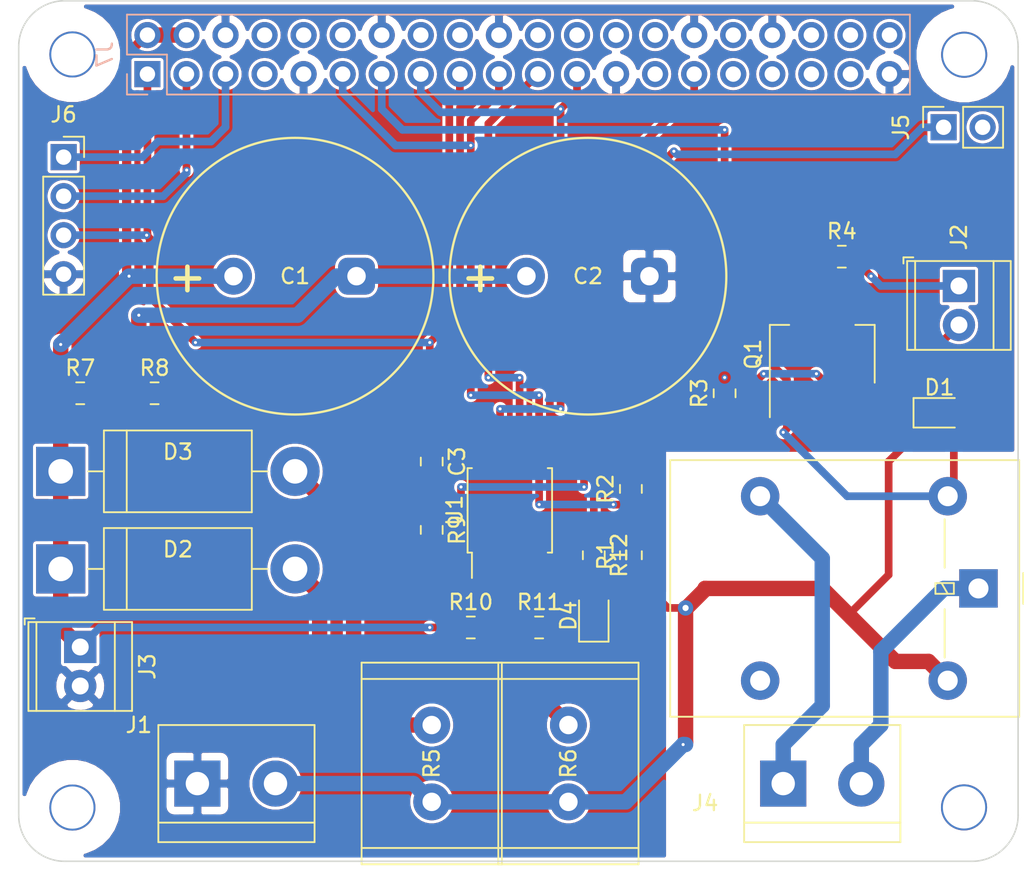
<source format=kicad_pcb>
(kicad_pcb (version 20171130) (host pcbnew 5.1.4-e60b266~84~ubuntu18.04.1)
  (layers (0 F.Cu signal) (31 B.Cu signal) (34 B.Paste user) (35 F.Paste user) (36 B.SilkS user) (37 F.SilkS user) (38 B.Mask user) (39 F.Mask user) (44 Edge.Cuts user))
  (net 0 "")
  (net 1 "Net-(C1-Pad2)")
  (net 2 +5V)
  (net 3 GND)
  (net 4 "Net-(D1-Pad2)")
  (net 5 VCC)
  (net 6 "Net-(D2-Pad2)")
  (net 7 "Net-(D3-Pad2)")
  (net 8 "Net-(J2-Pad1)")
  (net 9 HLS)
  (net 10 "Net-(Q1-Pad2)")
  (net 11 +3V3)
  (net 12 SDA)
  (net 13 SCL)
  (net 14 "Net-(D4-Pad2)")
  (net 15 "Net-(J4-Pad1)")
  (net 16 "Net-(J4-Pad2)")
  (net 17 "Net-(J7-Pad7)")
  (net 18 "Net-(J7-Pad8)")
  (net 19 "Net-(J7-Pad10)")
  (net 20 MOSI)
  (net 21 "Net-(J7-Pad12)")
  (net 22 "Net-(J7-Pad16)")
  (net 23 "Net-(J7-Pad18)")
  (net 24 MISO)
  (net 25 "Net-(J7-Pad22)")
  (net 26 "Net-(J7-Pad24)")
  (net 27 "Net-(J7-Pad26)")
  (net 28 "Net-(J7-Pad27)")
  (net 29 "Net-(J7-Pad28)")
  (net 30 RST)
  (net 31 "Net-(J7-Pad31)")
  (net 32 "Net-(J7-Pad32)")
  (net 33 "Net-(J7-Pad33)")
  (net 34 "Net-(J7-Pad35)")
  (net 35 "Net-(J7-Pad36)")
  (net 36 "Net-(J7-Pad37)")
  (net 37 "Net-(J7-Pad38)")
  (net 38 "Net-(J7-Pad40)")
  (net 39 "Net-(K1-Pad4)")
  (net 40 "Net-(R10-Pad2)")
  (net 41 "Net-(J5-Pad1)")
  (net 42 SPISCL)
  (module Resistor_SMD:R_0805_2012Metric_Pad1.15x1.40mm_HandSolder (layer F.Cu) (at 87.385 86.36)
    (fp_text reference R8 (at 0 -1.65) (layer F.SilkS))
    (fp_text value 100)
    (fp_line (start -0.261252 0.71) (end 0.261252 0.71) (layer F.SilkS) (width 0.12))
    (fp_line (start -0.261252 -0.71) (end 0.261252 -0.71) (layer F.SilkS) (width 0.12))
    (pad 2 smd roundrect (at 1.025 0) (size 1.15 1.4) (layers F.Cu F.Paste F.Mask) (roundrect_rratio 0.217391) (net 3 GND))
    (pad 1 smd roundrect (at -1.025 0) (size 1.15 1.4) (layers F.Cu F.Paste F.Mask) (roundrect_rratio 0.217391) (net 1 "Net-(C1-Pad2)"))
  )
  (module Resistor_SMD:R_0805_2012Metric_Pad1.15x1.40mm_HandSolder (layer F.Cu) (at 82.55 86.36)
    (fp_text reference R7 (at 0 -1.65) (layer F.SilkS))
    (fp_text value 100)
    (fp_line (start -0.261252 0.71) (end 0.261252 0.71) (layer F.SilkS) (width 0.12))
    (fp_line (start -0.261252 -0.71) (end 0.261252 -0.71) (layer F.SilkS) (width 0.12))
    (pad 2 smd roundrect (at 1.025 0) (size 1.15 1.4) (layers F.Cu F.Paste F.Mask) (roundrect_rratio 0.217391) (net 1 "Net-(C1-Pad2)"))
    (pad 1 smd roundrect (at -1.025 0) (size 1.15 1.4) (layers F.Cu F.Paste F.Mask) (roundrect_rratio 0.217391) (net 2 +5V))
  )
  (module Resistor_SMD:R_0805_2012Metric_Pad1.15x1.40mm_HandSolder (layer F.Cu) (at 124.46 86.36 90)
    (fp_text reference R3 (at 0 -1.65 90) (layer F.SilkS))
    (fp_text value 10k)
    (fp_line (start -0.261252 0.71) (end 0.261252 0.71) (layer F.SilkS) (width 0.12))
    (fp_line (start -0.261252 -0.71) (end 0.261252 -0.71) (layer F.SilkS) (width 0.12))
    (pad 2 smd roundrect (at 1.025 0 90) (size 1.15 1.4) (layers F.Cu F.Paste F.Mask) (roundrect_rratio 0.217391) (net 9 HLS))
    (pad 1 smd roundrect (at -1.025 0 90) (size 1.15 1.4) (layers F.Cu F.Paste F.Mask) (roundrect_rratio 0.217391) (net 10 "Net-(Q1-Pad2)"))
  )
  (module Resistor_SMD:R_0805_2012Metric_Pad1.15x1.40mm_HandSolder (layer F.Cu) (at 118.364 92.583 90)
    (fp_text reference R2 (at 0 -1.65 90) (layer F.SilkS))
    (fp_text value 1k hide)
    (fp_line (start -0.261252 0.71) (end 0.261252 0.71) (layer F.SilkS) (width 0.12))
    (fp_line (start -0.261252 -0.71) (end 0.261252 -0.71) (layer F.SilkS) (width 0.12))
    (pad 2 smd roundrect (at 1.025 0 90) (size 1.15 1.4) (layers F.Cu F.Paste F.Mask) (roundrect_rratio 0.217391) (net 3 GND))
    (pad 1 smd roundrect (at -1.025 0 90) (size 1.15 1.4) (layers F.Cu F.Paste F.Mask) (roundrect_rratio 0.217391) (net 20 MOSI))
  )
  (module Resistor_SMD:R_0805_2012Metric_Pad1.15x1.40mm_HandSolder (layer F.Cu) (at 118.364 96.901 90)
    (fp_text reference R1 (at 0 -1.65 90) (layer F.SilkS))
    (fp_text value 1k hide)
    (fp_line (start -0.261252 0.71) (end 0.261252 0.71) (layer F.SilkS) (width 0.12))
    (fp_line (start -0.261252 -0.71) (end 0.261252 -0.71) (layer F.SilkS) (width 0.12))
    (pad 2 smd roundrect (at 1.025 0 90) (size 1.15 1.4) (layers F.Cu F.Paste F.Mask) (roundrect_rratio 0.217391) (net 20 MOSI))
    (pad 1 smd roundrect (at -1.025 0 90) (size 1.15 1.4) (layers F.Cu F.Paste F.Mask) (roundrect_rratio 0.217391) (net 5 VCC))
  )
  (module Package_TO_SOT_SMD:SOT-223 (layer F.Cu) (at 130.81 83.82 90)
    (fp_text reference Q1 (at 0 -4.5 90) (layer F.SilkS))
    (fp_text value BSP52 hide)
    (fp_line (start -4.1 -3.41) (end 1.91 -3.41) (layer F.SilkS) (width 0.12))
    (fp_line (start -1.85 3.41) (end 1.91 3.41) (layer F.SilkS) (width 0.12))
    (fp_line (start 1.91 -3.41) (end 1.91 -2.15) (layer F.SilkS) (width 0.12))
    (fp_line (start 1.91 3.41) (end 1.91 2.15) (layer F.SilkS) (width 0.12))
    (pad 1 smd rect (at -3.15 -2.3 90) (size 2 1.5) (layers F.Cu F.Paste F.Mask) (net 4 "Net-(D1-Pad2)"))
    (pad 3 smd rect (at -3.15 2.3 90) (size 2 1.5) (layers F.Cu F.Paste F.Mask) (net 3 GND))
    (pad 2 smd rect (at -3.15 0 90) (size 2 1.5) (layers F.Cu F.Paste F.Mask) (net 10 "Net-(Q1-Pad2)"))
    (pad 4 smd rect (at 3.15 0 90) (size 2 3.8) (layers F.Cu F.Paste F.Mask))
  )
  (module Relay_THT:Relay_SPDT_Omron-G5LE-1 (layer F.Cu) (at 140.97 99.06 270)
    (fp_text reference K1 hide)
    (fp_text value G5LE-1 hide)
    (fp_line (start 1.35 2.2) (end 4.5 2.2) (layer F.SilkS) (width 0.12))
    (fp_line (start -4.5 2.2) (end -1.35 2.2) (layer F.SilkS) (width 0.12))
    (fp_line (start -1 -2.91) (end 1 -2.91) (layer F.SilkS) (width 0.12))
    (fp_line (start -0.35 2.8) (end 0.35 2.8) (layer F.SilkS) (width 0.12))
    (fp_line (start -0.35 1.6) (end -0.35 2.8) (layer F.SilkS) (width 0.12))
    (fp_line (start 0.35 1.6) (end -0.35 1.6) (layer F.SilkS) (width 0.12))
    (fp_line (start 0.35 2.8) (end 0.35 1.6) (layer F.SilkS) (width 0.12))
    (fp_line (start -0.35 2.4) (end 0.35 2) (layer F.SilkS) (width 0.12))
    (fp_line (start -8.35 20.05) (end 8.35 20.05) (layer F.SilkS) (width 0.12))
    (fp_line (start -8.35 -2.65) (end -8.35 20.05) (layer F.SilkS) (width 0.12))
    (fp_line (start 8.35 -2.65) (end -8.35 -2.65) (layer F.SilkS) (width 0.12))
    (fp_line (start 8.35 20.05) (end 8.35 -2.65) (layer F.SilkS) (width 0.12))
    (pad 5 thru_hole oval (at 6 2 270) (size 2.5 2.5) (drill 1.3) (layers *.Cu *.Mask) (net 5 VCC))
    (pad 4 thru_hole oval (at 6 14.2 270) (size 2.5 2.5) (drill 1.3) (layers *.Cu *.Mask) (net 39 "Net-(K1-Pad4)"))
    (pad 3 thru_hole oval (at -6 14.2 270) (size 2.5 2.5) (drill 1.3) (layers *.Cu *.Mask) (net 15 "Net-(J4-Pad1)"))
    (pad 2 thru_hole oval (at -6 2 270) (size 2.5 2.5) (drill 1.3) (layers *.Cu *.Mask) (net 4 "Net-(D1-Pad2)"))
    (pad 1 thru_hole rect (at 0 0 270) (size 2.5 2.5) (drill 1.3) (layers *.Cu *.Mask) (net 16 "Net-(J4-Pad2)"))
  )
  (module Diode_SMD:D_0805_2012Metric (layer F.Cu) (at 138.43 87.63)
    (fp_text reference D1 (at 0 -1.65) (layer F.SilkS))
    (fp_text value 1N4148)
    (fp_line (start -1.685 0.96) (end 1 0.96) (layer F.SilkS) (width 0.12))
    (fp_line (start -1.685 -0.96) (end -1.685 0.96) (layer F.SilkS) (width 0.12))
    (fp_line (start 1 -0.96) (end -1.685 -0.96) (layer F.SilkS) (width 0.12))
    (pad 2 smd roundrect (at 0.9375 0) (size 0.975 1.4) (layers F.Cu F.Paste F.Mask) (net 4 "Net-(D1-Pad2)"))
    (pad 1 smd roundrect (at -0.9375 0) (size 0.975 1.4) (layers F.Cu F.Paste F.Mask) (net 5 VCC))
  )
  (module project_footprints:SuperCap (layer F.Cu) (at 115.57 78.74)
    (fp_text reference C2 (at 0 0) (layer F.SilkS))
    (fp_text value 50F)
    (fp_text user + (at -7 0) (layer F.SilkS) (effects (font (size 2 2) (thickness 0.3))))
    (fp_circle (center 0 0) (end -9 0) (layer F.SilkS) (width 0.15))
    (pad 2 thru_hole roundrect (at 4 0) (size 2.4 2.4) (drill 1.2) (layers *.Cu *.Mask) (net 3 GND))
    (pad 1 thru_hole circle (at -4 0) (size 2.4 2.4) (drill 1.2) (layers *.Cu *.Mask) (net 1 "Net-(C1-Pad2)"))
  )
  (module project_footprints:SuperCap (layer F.Cu) (at 96.52 78.74)
    (fp_text reference C1 (at 0 0) (layer F.SilkS))
    (fp_text value 50F)
    (fp_text user + (at -7 0) (layer F.SilkS) (effects (font (size 2 2) (thickness 0.3))))
    (fp_circle (center 0 0) (end -9 0) (layer F.SilkS) (width 0.15))
    (pad 2 thru_hole roundrect (at 4 0) (size 2.4 2.4) (drill 1.2) (layers *.Cu *.Mask) (net 1 "Net-(C1-Pad2)"))
    (pad 1 thru_hole circle (at -4 0) (size 2.4 2.4) (drill 1.2) (layers *.Cu *.Mask) (net 2 +5V))
  )
  (module Connector_PinSocket_2.54mm:PinSocket_2x20_P2.54mm_Vertical (layer B.Cu) (at 86.92 65.59 270)
    (fp_text reference J7 (at -1.27 2.77 270) (layer B.SilkS) (effects (justify mirror)))
    (fp_text value 40HAT)
    (fp_line (start 0 1.33) (end 1.33 1.33) (layer B.SilkS) (width 0.12))
    (fp_line (start 1.33 1.33) (end 1.33 0) (layer B.SilkS) (width 0.12))
    (fp_line (start -1.27 1.33) (end -1.27 -1.27) (layer B.SilkS) (width 0.12))
    (fp_line (start -1.27 -1.27) (end 1.33 -1.27) (layer B.SilkS) (width 0.12))
    (fp_line (start 1.33 -1.27) (end 1.33 -49.59) (layer B.SilkS) (width 0.12))
    (fp_line (start -3.87 -49.59) (end 1.33 -49.59) (layer B.SilkS) (width 0.12))
    (fp_line (start -3.87 1.33) (end -3.87 -49.59) (layer B.SilkS) (width 0.12))
    (fp_line (start -3.87 1.33) (end -1.27 1.33) (layer B.SilkS) (width 0.12))
    (pad 40 thru_hole oval (at -2.54 -48.26 270) (size 1.7 1.7) (drill 1) (layers *.Cu *.Mask) (net 38 "Net-(J7-Pad40)"))
    (pad 39 thru_hole oval (at 0 -48.26 270) (size 1.7 1.7) (drill 1) (layers *.Cu *.Mask) (net 3 GND))
    (pad 38 thru_hole oval (at -2.54 -45.72 270) (size 1.7 1.7) (drill 1) (layers *.Cu *.Mask) (net 37 "Net-(J7-Pad38)"))
    (pad 37 thru_hole oval (at 0 -45.72 270) (size 1.7 1.7) (drill 1) (layers *.Cu *.Mask) (net 36 "Net-(J7-Pad37)"))
    (pad 36 thru_hole oval (at -2.54 -43.18 270) (size 1.7 1.7) (drill 1) (layers *.Cu *.Mask) (net 35 "Net-(J7-Pad36)"))
    (pad 35 thru_hole oval (at 0 -43.18 270) (size 1.7 1.7) (drill 1) (layers *.Cu *.Mask) (net 34 "Net-(J7-Pad35)"))
    (pad 34 thru_hole oval (at -2.54 -40.64 270) (size 1.7 1.7) (drill 1) (layers *.Cu *.Mask) (net 3 GND))
    (pad 33 thru_hole oval (at 0 -40.64 270) (size 1.7 1.7) (drill 1) (layers *.Cu *.Mask) (net 33 "Net-(J7-Pad33)"))
    (pad 32 thru_hole oval (at -2.54 -38.1 270) (size 1.7 1.7) (drill 1) (layers *.Cu *.Mask) (net 32 "Net-(J7-Pad32)"))
    (pad 31 thru_hole oval (at 0 -38.1 270) (size 1.7 1.7) (drill 1) (layers *.Cu *.Mask) (net 31 "Net-(J7-Pad31)"))
    (pad 30 thru_hole oval (at -2.54 -35.56 270) (size 1.7 1.7) (drill 1) (layers *.Cu *.Mask) (net 3 GND))
    (pad 29 thru_hole oval (at 0 -35.56 270) (size 1.7 1.7) (drill 1) (layers *.Cu *.Mask) (net 30 RST))
    (pad 28 thru_hole oval (at -2.54 -33.02 270) (size 1.7 1.7) (drill 1) (layers *.Cu *.Mask) (net 29 "Net-(J7-Pad28)"))
    (pad 27 thru_hole oval (at 0 -33.02 270) (size 1.7 1.7) (drill 1) (layers *.Cu *.Mask) (net 28 "Net-(J7-Pad27)"))
    (pad 26 thru_hole oval (at -2.54 -30.48 270) (size 1.7 1.7) (drill 1) (layers *.Cu *.Mask) (net 27 "Net-(J7-Pad26)"))
    (pad 25 thru_hole oval (at 0 -30.48 270) (size 1.7 1.7) (drill 1) (layers *.Cu *.Mask) (net 3 GND))
    (pad 24 thru_hole oval (at -2.54 -27.94 270) (size 1.7 1.7) (drill 1) (layers *.Cu *.Mask) (net 26 "Net-(J7-Pad24)"))
    (pad 23 thru_hole oval (at 0 -27.94 270) (size 1.7 1.7) (drill 1) (layers *.Cu *.Mask) (net 42 SPISCL))
    (pad 22 thru_hole oval (at -2.54 -25.4 270) (size 1.7 1.7) (drill 1) (layers *.Cu *.Mask) (net 25 "Net-(J7-Pad22)"))
    (pad 21 thru_hole oval (at 0 -25.4 270) (size 1.7 1.7) (drill 1) (layers *.Cu *.Mask) (net 24 MISO))
    (pad 20 thru_hole oval (at -2.54 -22.86 270) (size 1.7 1.7) (drill 1) (layers *.Cu *.Mask) (net 3 GND))
    (pad 19 thru_hole oval (at 0 -22.86 270) (size 1.7 1.7) (drill 1) (layers *.Cu *.Mask) (net 20 MOSI))
    (pad 18 thru_hole oval (at -2.54 -20.32 270) (size 1.7 1.7) (drill 1) (layers *.Cu *.Mask) (net 23 "Net-(J7-Pad18)"))
    (pad 17 thru_hole oval (at 0 -20.32 270) (size 1.7 1.7) (drill 1) (layers *.Cu *.Mask) (net 11 +3V3))
    (pad 16 thru_hole oval (at -2.54 -17.78 270) (size 1.7 1.7) (drill 1) (layers *.Cu *.Mask) (net 22 "Net-(J7-Pad16)"))
    (pad 15 thru_hole oval (at 0 -17.78 270) (size 1.7 1.7) (drill 1) (layers *.Cu *.Mask) (net 42 SPISCL))
    (pad 14 thru_hole oval (at -2.54 -15.24 270) (size 1.7 1.7) (drill 1) (layers *.Cu *.Mask) (net 3 GND))
    (pad 13 thru_hole oval (at 0 -15.24 270) (size 1.7 1.7) (drill 1) (layers *.Cu *.Mask) (net 9 HLS))
    (pad 12 thru_hole oval (at -2.54 -12.7 270) (size 1.7 1.7) (drill 1) (layers *.Cu *.Mask) (net 21 "Net-(J7-Pad12)"))
    (pad 11 thru_hole oval (at 0 -12.7 270) (size 1.7 1.7) (drill 1) (layers *.Cu *.Mask) (net 20 MOSI))
    (pad 10 thru_hole oval (at -2.54 -10.16 270) (size 1.7 1.7) (drill 1) (layers *.Cu *.Mask) (net 19 "Net-(J7-Pad10)"))
    (pad 9 thru_hole oval (at 0 -10.16 270) (size 1.7 1.7) (drill 1) (layers *.Cu *.Mask) (net 3 GND))
    (pad 8 thru_hole oval (at -2.54 -7.62 270) (size 1.7 1.7) (drill 1) (layers *.Cu *.Mask) (net 18 "Net-(J7-Pad8)"))
    (pad 7 thru_hole oval (at 0 -7.62 270) (size 1.7 1.7) (drill 1) (layers *.Cu *.Mask) (net 17 "Net-(J7-Pad7)"))
    (pad 6 thru_hole oval (at -2.54 -5.08 270) (size 1.7 1.7) (drill 1) (layers *.Cu *.Mask) (net 3 GND))
    (pad 5 thru_hole oval (at 0 -5.08 270) (size 1.7 1.7) (drill 1) (layers *.Cu *.Mask) (net 13 SCL))
    (pad 4 thru_hole oval (at -2.54 -2.54 270) (size 1.7 1.7) (drill 1) (layers *.Cu *.Mask) (net 2 +5V))
    (pad 3 thru_hole oval (at 0 -2.54 270) (size 1.7 1.7) (drill 1) (layers *.Cu *.Mask) (net 12 SDA))
    (pad 2 thru_hole oval (at -2.54 0 270) (size 1.7 1.7) (drill 1) (layers *.Cu *.Mask) (net 2 +5V))
    (pad 1 thru_hole rect (at 0 0 270) (size 1.7 1.7) (drill 1) (layers *.Cu *.Mask) (net 11 +3V3))
  )
  (module project_footprints:NPTH_3mm_ID (layer F.Cu) (at 82.04 64.31)
    (fp_text reference H1 (at 0.06 0.09) (layer F.SilkS))
    (fp_text value 3mm_Mounting_Hole hide)
    (pad "" np_thru_hole circle (at 0 0) (size 3 3) (drill 2.75) (layers *.Cu *.Mask) (clearance 1.6))
  )
  (module project_footprints:NPTH_3mm_ID (layer F.Cu) (at 140.04 64.33)
    (fp_text reference H2 (at 0.06 0.09) (layer F.SilkS))
    (fp_text value 3mm_Mounting_Hole hide)
    (pad "" np_thru_hole circle (at 0 0) (size 3 3) (drill 2.75) (layers *.Cu *.Mask) (clearance 1.6))
  )
  (module project_footprints:NPTH_3mm_ID (layer F.Cu) (at 82.04 113.32)
    (fp_text reference H3 (at 0.06 0.09) (layer F.SilkS))
    (fp_text value 3mm_Mounting_Hole hide)
    (pad "" np_thru_hole circle (at 0 0) (size 3 3) (drill 2.75) (layers *.Cu *.Mask) (clearance 1.6))
  )
  (module project_footprints:NPTH_3mm_ID (layer F.Cu) (at 140.03 113.31)
    (fp_text reference H4 (at 0.06 0.09) (layer F.SilkS))
    (fp_text value 3mm_Mounting_Hole hide)
    (pad "" np_thru_hole circle (at 0 0) (size 3 3) (drill 2.75) (layers *.Cu *.Mask) (clearance 1.6))
  )
  (module Capacitor_SMD:C_0805_2012Metric (layer F.Cu) (at 105.41 90.805 270)
    (fp_text reference C3 (at 0 -1.65 90) (layer F.SilkS))
    (fp_text value 100n)
    (fp_line (start -0.258578 0.71) (end 0.258578 0.71) (layer F.SilkS) (width 0.12))
    (fp_line (start -0.258578 -0.71) (end 0.258578 -0.71) (layer F.SilkS) (width 0.12))
    (pad 2 smd roundrect (at 0.9375 0 270) (size 0.975 1.4) (layers F.Cu F.Paste F.Mask) (net 3 GND))
    (pad 1 smd roundrect (at -0.9375 0 270) (size 0.975 1.4) (layers F.Cu F.Paste F.Mask) (net 11 +3V3))
  )
  (module LED_SMD:LED_0805_2012Metric (layer F.Cu) (at 115.951 100.838 90)
    (fp_text reference D4 (at 0 -1.65 90) (layer F.SilkS))
    (fp_text value "LED gn" hide)
    (fp_line (start -1.685 0.96) (end 1 0.96) (layer F.SilkS) (width 0.12))
    (fp_line (start -1.685 -0.96) (end -1.685 0.96) (layer F.SilkS) (width 0.12))
    (fp_line (start 1 -0.96) (end -1.685 -0.96) (layer F.SilkS) (width 0.12))
    (pad 2 smd roundrect (at 0.9375 0 90) (size 0.975 1.4) (layers F.Cu F.Paste F.Mask) (net 14 "Net-(D4-Pad2)"))
    (pad 1 smd roundrect (at -0.9375 0 90) (size 0.975 1.4) (layers F.Cu F.Paste F.Mask) (net 3 GND))
  )
  (module TerminalBlock_TE-Connectivity:TerminalBlock_TE_282834-2_1x02_P2.54mm_Horizontal (layer F.Cu) (at 139.7 79.375 270)
    (fp_text reference J2 (at -3.175 0 90) (layer F.SilkS))
    (fp_text value "LED Rel.")
    (fp_line (start -1.86 3.61) (end -1.46 3.61) (layer F.SilkS) (width 0.12))
    (fp_line (start -1.86 2.97) (end -1.86 3.61) (layer F.SilkS) (width 0.12))
    (fp_line (start 4.16 -3.37) (end 4.16 3.37) (layer F.SilkS) (width 0.12))
    (fp_line (start -1.62 -3.37) (end -1.62 3.37) (layer F.SilkS) (width 0.12))
    (fp_line (start -1.62 3.37) (end 4.16 3.37) (layer F.SilkS) (width 0.12))
    (fp_line (start -1.62 -3.37) (end 4.16 -3.37) (layer F.SilkS) (width 0.12))
    (fp_line (start -1.62 -2.25) (end 4.16 -2.25) (layer F.SilkS) (width 0.12))
    (fp_line (start -1.62 2.85) (end 4.16 2.85) (layer F.SilkS) (width 0.12))
    (pad 2 thru_hole circle (at 2.54 0 270) (size 2.1 2.1) (drill 1.1) (layers *.Cu *.Mask) (net 5 VCC))
    (pad 1 thru_hole rect (at 0 0 270) (size 2.1 2.1) (drill 1.1) (layers *.Cu *.Mask) (net 8 "Net-(J2-Pad1)"))
  )
  (module TerminalBlock_TE-Connectivity:TerminalBlock_TE_282834-2_1x02_P2.54mm_Horizontal (layer F.Cu) (at 82.55 102.87 270)
    (fp_text reference J3 (at 1.27 -4.37 90) (layer F.SilkS))
    (fp_text value Meter)
    (fp_line (start -1.86 3.61) (end -1.46 3.61) (layer F.SilkS) (width 0.12))
    (fp_line (start -1.86 2.97) (end -1.86 3.61) (layer F.SilkS) (width 0.12))
    (fp_line (start 4.16 -3.37) (end 4.16 3.37) (layer F.SilkS) (width 0.12))
    (fp_line (start -1.62 -3.37) (end -1.62 3.37) (layer F.SilkS) (width 0.12))
    (fp_line (start -1.62 3.37) (end 4.16 3.37) (layer F.SilkS) (width 0.12))
    (fp_line (start -1.62 -3.37) (end 4.16 -3.37) (layer F.SilkS) (width 0.12))
    (fp_line (start -1.62 -2.25) (end 4.16 -2.25) (layer F.SilkS) (width 0.12))
    (fp_line (start -1.62 2.85) (end 4.16 2.85) (layer F.SilkS) (width 0.12))
    (pad 2 thru_hole circle (at 2.54 0 270) (size 2.1 2.1) (drill 1.1) (layers *.Cu *.Mask) (net 3 GND))
    (pad 1 thru_hole rect (at 0 0 270) (size 2.1 2.1) (drill 1.1) (layers *.Cu *.Mask) (net 2 +5V))
  )
  (module Resistor_SMD:R_0805_2012Metric_Pad1.15x1.40mm_HandSolder (layer F.Cu) (at 132.08 77.47)
    (fp_text reference R4 (at 0 -1.65) (layer F.SilkS))
    (fp_text value 220)
    (fp_line (start -0.261252 0.71) (end 0.261252 0.71) (layer F.SilkS) (width 0.12))
    (fp_line (start -0.261252 -0.71) (end 0.261252 -0.71) (layer F.SilkS) (width 0.12))
    (pad 2 smd roundrect (at 1.025 0) (size 1.15 1.4) (layers F.Cu F.Paste F.Mask) (roundrect_rratio 0.217391) (net 8 "Net-(J2-Pad1)"))
    (pad 1 smd roundrect (at -1.025 0) (size 1.15 1.4) (layers F.Cu F.Paste F.Mask) (roundrect_rratio 0.217391) (net 4 "Net-(D1-Pad2)"))
  )
  (module Resistor_SMD:R_0805_2012Metric_Pad1.15x1.40mm_HandSolder (layer F.Cu) (at 105.41 95.25 270)
    (fp_text reference R9 (at 0 -1.65 90) (layer F.SilkS))
    (fp_text value 47k)
    (fp_line (start -0.261252 0.71) (end 0.261252 0.71) (layer F.SilkS) (width 0.12))
    (fp_line (start -0.261252 -0.71) (end 0.261252 -0.71) (layer F.SilkS) (width 0.12))
    (pad 2 smd roundrect (at 1.025 0 270) (size 1.15 1.4) (layers F.Cu F.Paste F.Mask) (roundrect_rratio 0.217391) (net 30 RST))
    (pad 1 smd roundrect (at -1.025 0 270) (size 1.15 1.4) (layers F.Cu F.Paste F.Mask) (roundrect_rratio 0.217391) (net 11 +3V3))
  )
  (module Resistor_SMD:R_0805_2012Metric_Pad1.15x1.40mm_HandSolder (layer F.Cu) (at 107.95 101.6)
    (fp_text reference R10 (at 0 -1.65) (layer F.SilkS))
    (fp_text value 27k)
    (fp_line (start -0.261252 0.71) (end 0.261252 0.71) (layer F.SilkS) (width 0.12))
    (fp_line (start -0.261252 -0.71) (end 0.261252 -0.71) (layer F.SilkS) (width 0.12))
    (pad 2 smd roundrect (at 1.025 0) (size 1.15 1.4) (layers F.Cu F.Paste F.Mask) (roundrect_rratio 0.217391) (net 40 "Net-(R10-Pad2)"))
    (pad 1 smd roundrect (at -1.025 0) (size 1.15 1.4) (layers F.Cu F.Paste F.Mask) (roundrect_rratio 0.217391) (net 2 +5V))
  )
  (module Resistor_SMD:R_0805_2012Metric_Pad1.15x1.40mm_HandSolder (layer F.Cu) (at 112.395 101.6)
    (fp_text reference R11 (at 0 -1.65) (layer F.SilkS))
    (fp_text value 22k)
    (fp_line (start -0.261252 0.71) (end 0.261252 0.71) (layer F.SilkS) (width 0.12))
    (fp_line (start -0.261252 -0.71) (end 0.261252 -0.71) (layer F.SilkS) (width 0.12))
    (pad 2 smd roundrect (at 1.025 0) (size 1.15 1.4) (layers F.Cu F.Paste F.Mask) (roundrect_rratio 0.217391) (net 3 GND))
    (pad 1 smd roundrect (at -1.025 0) (size 1.15 1.4) (layers F.Cu F.Paste F.Mask) (roundrect_rratio 0.217391) (net 40 "Net-(R10-Pad2)"))
  )
  (module Resistor_SMD:R_0805_2012Metric_Pad1.15x1.40mm_HandSolder (layer F.Cu) (at 115.951 96.901 270)
    (fp_text reference R12 (at 0 -1.65 90) (layer F.SilkS))
    (fp_text value 1k hide)
    (fp_line (start -0.261252 0.71) (end 0.261252 0.71) (layer F.SilkS) (width 0.12))
    (fp_line (start -0.261252 -0.71) (end 0.261252 -0.71) (layer F.SilkS) (width 0.12))
    (pad 2 smd roundrect (at 1.025 0 270) (size 1.15 1.4) (layers F.Cu F.Paste F.Mask) (roundrect_rratio 0.217391) (net 14 "Net-(D4-Pad2)"))
    (pad 1 smd roundrect (at -1.025 0 270) (size 1.15 1.4) (layers F.Cu F.Paste F.Mask) (roundrect_rratio 0.217391) (net 41 "Net-(J5-Pad1)"))
  )
  (module Package_SO:SOIC-8_5.275x5.275mm_P1.27mm (layer F.Cu) (at 110.49 93.98 90)
    (fp_text reference U1 (at 0 -3.59 270) (layer F.SilkS))
    (fp_text value ATtiny85-20SU hide)
    (fp_line (start -2.7475 -2.465) (end -4.4 -2.465) (layer F.SilkS) (width 0.12))
    (fp_line (start -2.7475 -2.7475) (end -2.7475 -2.465) (layer F.SilkS) (width 0.12))
    (fp_line (start 0 -2.7475) (end -2.7475 -2.7475) (layer F.SilkS) (width 0.12))
    (fp_line (start 2.7475 -2.7475) (end 2.7475 -2.465) (layer F.SilkS) (width 0.12))
    (fp_line (start 0 -2.7475) (end 2.7475 -2.7475) (layer F.SilkS) (width 0.12))
    (fp_line (start -2.7475 2.7475) (end -2.7475 2.465) (layer F.SilkS) (width 0.12))
    (fp_line (start 0 2.7475) (end -2.7475 2.7475) (layer F.SilkS) (width 0.12))
    (fp_line (start 2.7475 2.7475) (end 2.7475 2.465) (layer F.SilkS) (width 0.12))
    (fp_line (start 0 2.7475) (end 2.7475 2.7475) (layer F.SilkS) (width 0.12))
    (pad 8 smd roundrect (at 3.6 -1.905 90) (size 1.6 0.6) (layers F.Cu F.Paste F.Mask) (net 11 +3V3))
    (pad 7 smd roundrect (at 3.6 -0.635 90) (size 1.6 0.6) (layers F.Cu F.Paste F.Mask) (net 42 SPISCL))
    (pad 6 smd roundrect (at 3.6 0.635 90) (size 1.6 0.6) (layers F.Cu F.Paste F.Mask) (net 24 MISO))
    (pad 5 smd roundrect (at 3.6 1.905 90) (size 1.6 0.6) (layers F.Cu F.Paste F.Mask) (net 20 MOSI))
    (pad 4 smd roundrect (at -3.6 1.905 90) (size 1.6 0.6) (layers F.Cu F.Paste F.Mask) (net 3 GND))
    (pad 3 smd roundrect (at -3.6 0.635 90) (size 1.6 0.6) (layers F.Cu F.Paste F.Mask) (net 40 "Net-(R10-Pad2)"))
    (pad 2 smd roundrect (at -3.6 -0.635 90) (size 1.6 0.6) (layers F.Cu F.Paste F.Mask) (net 41 "Net-(J5-Pad1)"))
    (pad 1 smd roundrect (at -3.6 -1.905 90) (size 1.6 0.6) (layers F.Cu F.Paste F.Mask) (net 30 RST))
  )
  (module Diodes_ThroughHole:D_DO-201AD_P15.24mm_Horizontal (layer F.Cu) (at 81.28 97.79)
    (fp_text reference D2 (at 7.62 -1.27) (layer F.SilkS))
    (fp_text value 1N5822)
    (fp_line (start 4.295 -2.66) (end 4.295 2.66) (layer F.SilkS) (width 0.12))
    (fp_line (start 13.46 0) (end 12.43 0) (layer F.SilkS) (width 0.12))
    (fp_line (start 1.78 0) (end 2.81 0) (layer F.SilkS) (width 0.12))
    (fp_line (start 12.43 -2.66) (end 2.81 -2.66) (layer F.SilkS) (width 0.12))
    (fp_line (start 12.43 2.66) (end 12.43 -2.66) (layer F.SilkS) (width 0.12))
    (fp_line (start 2.81 2.66) (end 12.43 2.66) (layer F.SilkS) (width 0.12))
    (fp_line (start 2.81 -2.66) (end 2.81 2.66) (layer F.SilkS) (width 0.12))
    (pad 2 thru_hole oval (at 15.24 0) (size 3.2 3.2) (drill 1.6) (layers *.Cu *.Mask) (net 6 "Net-(D2-Pad2)"))
    (pad 1 thru_hole rect (at 0 0) (size 3.2 3.2) (drill 1.6) (layers *.Cu *.Mask) (net 2 +5V))
  )
  (module Diodes_ThroughHole:D_DO-201AD_P15.24mm_Horizontal (layer F.Cu) (at 81.28 91.44)
    (fp_text reference D3 (at 7.62 -1.27) (layer F.SilkS))
    (fp_text value 1N5822)
    (fp_line (start 2.81 -2.66) (end 2.81 2.66) (layer F.SilkS) (width 0.12))
    (fp_line (start 2.81 2.66) (end 12.43 2.66) (layer F.SilkS) (width 0.12))
    (fp_line (start 12.43 2.66) (end 12.43 -2.66) (layer F.SilkS) (width 0.12))
    (fp_line (start 12.43 -2.66) (end 2.81 -2.66) (layer F.SilkS) (width 0.12))
    (fp_line (start 1.78 0) (end 2.81 0) (layer F.SilkS) (width 0.12))
    (fp_line (start 13.46 0) (end 12.43 0) (layer F.SilkS) (width 0.12))
    (fp_line (start 4.295 -2.66) (end 4.295 2.66) (layer F.SilkS) (width 0.12))
    (pad 1 thru_hole rect (at 0 0) (size 3.2 3.2) (drill 1.6) (layers *.Cu *.Mask) (net 2 +5V))
    (pad 2 thru_hole oval (at 15.24 0) (size 3.2 3.2) (drill 1.6) (layers *.Cu *.Mask) (net 7 "Net-(D3-Pad2)"))
  )
  (module Terminal_Blocks:TerminalBlock_bornier-2_P5.08mm (layer F.Cu) (at 90.17 111.76)
    (fp_text reference J1 (at -3.81 -3.81) (layer F.SilkS))
    (fp_text value "DC Pwr")
    (fp_line (start -2.54 3.81) (end 7.62 3.81) (layer F.SilkS) (width 0.12))
    (fp_line (start -2.54 -3.81) (end -2.54 3.81) (layer F.SilkS) (width 0.12))
    (fp_line (start 7.62 -3.81) (end -2.54 -3.81) (layer F.SilkS) (width 0.12))
    (fp_line (start 7.62 3.81) (end 7.62 -3.81) (layer F.SilkS) (width 0.12))
    (fp_line (start 7.62 2.54) (end -2.54 2.54) (layer F.SilkS) (width 0.12))
    (pad 2 thru_hole circle (at 5.08 0) (size 3 3) (drill 1.52) (layers *.Cu *.Mask) (net 5 VCC))
    (pad 1 thru_hole rect (at 0 0) (size 3 3) (drill 1.52) (layers *.Cu *.Mask) (net 3 GND))
  )
  (module Terminal_Blocks:TerminalBlock_bornier-2_P5.08mm (layer F.Cu) (at 128.27 111.76)
    (fp_text reference J4 (at -5.08 1.27) (layer F.SilkS))
    (fp_text value Ladeschütz)
    (fp_line (start 7.62 2.54) (end -2.54 2.54) (layer F.SilkS) (width 0.12))
    (fp_line (start 7.62 3.81) (end 7.62 -3.81) (layer F.SilkS) (width 0.12))
    (fp_line (start 7.62 -3.81) (end -2.54 -3.81) (layer F.SilkS) (width 0.12))
    (fp_line (start -2.54 -3.81) (end -2.54 3.81) (layer F.SilkS) (width 0.12))
    (fp_line (start -2.54 3.81) (end 7.62 3.81) (layer F.SilkS) (width 0.12))
    (pad 1 thru_hole rect (at 0 0) (size 3 3) (drill 1.52) (layers *.Cu *.Mask) (net 15 "Net-(J4-Pad1)"))
    (pad 2 thru_hole circle (at 5.08 0) (size 3 3) (drill 1.52) (layers *.Cu *.Mask) (net 16 "Net-(J4-Pad2)"))
  )
  (module Resistors_ThroughHole:R_Radial_Power_L13.0mm_W9.0mm_P5.00mm (layer F.Cu) (at 105.41 107.95 270)
    (fp_text reference R5 (at 2.5 0 270) (layer F.SilkS))
    (fp_text value "1R5 5W")
    (fp_line (start 8 -4.56) (end 8 4.56) (layer F.SilkS) (width 0.12))
    (fp_line (start -3 -4.56) (end -3 4.56) (layer F.SilkS) (width 0.12))
    (fp_line (start 9.06 -4.56) (end 9.06 4.56) (layer F.SilkS) (width 0.12))
    (fp_line (start -4.06 -4.56) (end -4.06 4.56) (layer F.SilkS) (width 0.12))
    (fp_line (start -4.06 4.56) (end 9.06 4.56) (layer F.SilkS) (width 0.12))
    (fp_line (start -4.06 -4.56) (end 9.06 -4.56) (layer F.SilkS) (width 0.12))
    (pad 2 thru_hole circle (at 5 0 270) (size 2.4 2.4) (drill 1.2) (layers *.Cu *.Mask) (net 5 VCC))
    (pad 1 thru_hole circle (at 0 0 270) (size 2.4 2.4) (drill 1.2) (layers *.Cu *.Mask) (net 6 "Net-(D2-Pad2)"))
  )
  (module Resistors_ThroughHole:R_Radial_Power_L13.0mm_W9.0mm_P5.00mm (layer F.Cu) (at 114.3 107.95 270)
    (fp_text reference R6 (at 2.5 0 270) (layer F.SilkS))
    (fp_text value "1R5 5W")
    (fp_line (start -4.06 -4.56) (end 9.06 -4.56) (layer F.SilkS) (width 0.12))
    (fp_line (start -4.06 4.56) (end 9.06 4.56) (layer F.SilkS) (width 0.12))
    (fp_line (start -4.06 -4.56) (end -4.06 4.56) (layer F.SilkS) (width 0.12))
    (fp_line (start 9.06 -4.56) (end 9.06 4.56) (layer F.SilkS) (width 0.12))
    (fp_line (start -3 -4.56) (end -3 4.56) (layer F.SilkS) (width 0.12))
    (fp_line (start 8 -4.56) (end 8 4.56) (layer F.SilkS) (width 0.12))
    (pad 1 thru_hole circle (at 0 0 270) (size 2.4 2.4) (drill 1.2) (layers *.Cu *.Mask) (net 7 "Net-(D3-Pad2)"))
    (pad 2 thru_hole circle (at 5 0 270) (size 2.4 2.4) (drill 1.2) (layers *.Cu *.Mask) (net 5 VCC))
  )
  (module Connector_PinSocket_2.54mm:PinSocket_1x02_P2.54mm_Vertical (layer F.Cu) (at 138.7 69.05 90)
    (fp_text reference J5 (at 0 -2.77 90) (layer F.SilkS))
    (fp_text value RASPI_RST)
    (fp_line (start -1.33 1.27) (end 1.33 1.27) (layer F.SilkS) (width 0.12))
    (fp_line (start -1.33 1.27) (end -1.33 3.87) (layer F.SilkS) (width 0.12))
    (fp_line (start -1.33 3.87) (end 1.33 3.87) (layer F.SilkS) (width 0.12))
    (fp_line (start 1.33 1.27) (end 1.33 3.87) (layer F.SilkS) (width 0.12))
    (fp_line (start 1.33 -1.33) (end 1.33 0) (layer F.SilkS) (width 0.12))
    (fp_line (start 0 -1.33) (end 1.33 -1.33) (layer F.SilkS) (width 0.12))
    (pad 1 thru_hole rect (at 0 0 90) (size 1.7 1.7) (drill 1) (layers *.Cu *.Mask) (net 41 "Net-(J5-Pad1)"))
    (pad 2 thru_hole oval (at 0 2.54 90) (size 1.7 1.7) (drill 1) (layers *.Cu *.Mask))
  )
  (module Connector_PinSocket_2.54mm:PinSocket_1x04_P2.54mm_Vertical (layer F.Cu) (at 81.4705 70.993)
    (fp_text reference J6 (at 0 -2.77) (layer F.SilkS))
    (fp_text value RTC)
    (fp_line (start -1.33 1.27) (end 1.33 1.27) (layer F.SilkS) (width 0.12))
    (fp_line (start -1.33 1.27) (end -1.33 8.95) (layer F.SilkS) (width 0.12))
    (fp_line (start -1.33 8.95) (end 1.33 8.95) (layer F.SilkS) (width 0.12))
    (fp_line (start 1.33 1.27) (end 1.33 8.95) (layer F.SilkS) (width 0.12))
    (fp_line (start 1.33 -1.33) (end 1.33 0) (layer F.SilkS) (width 0.12))
    (fp_line (start 0 -1.33) (end 1.33 -1.33) (layer F.SilkS) (width 0.12))
    (pad 1 thru_hole rect (at 0 0) (size 1.7 1.7) (drill 1) (layers *.Cu *.Mask) (net 13 SCL))
    (pad 2 thru_hole oval (at 0 2.54) (size 1.7 1.7) (drill 1) (layers *.Cu *.Mask) (net 12 SDA))
    (pad 3 thru_hole oval (at 0 5.08) (size 1.7 1.7) (drill 1) (layers *.Cu *.Mask) (net 11 +3V3))
    (pad 4 thru_hole oval (at 0 7.62) (size 1.7 1.7) (drill 1) (layers *.Cu *.Mask) (net 3 GND))
  )
  (gr_line (start 78.546356 63.817611) (end 78.546356 113.817611) (layer Edge.Cuts) (width 0.1))
  (gr_arc (start 81.546356 63.817611) (end 81.546356 60.817611) (angle -90) (layer Edge.Cuts) (width 0.1))
  (gr_line (start 140.546356 60.817611) (end 81.546356 60.817611) (layer Edge.Cuts) (width 0.1))
  (gr_arc (start 140.546356 63.817611) (end 143.546356 63.817611) (angle -90) (layer Edge.Cuts) (width 0.1))
  (gr_line (start 143.546356 113.817611) (end 143.546356 63.817611) (layer Edge.Cuts) (width 0.1))
  (gr_arc (start 81.546356 113.817611) (end 78.546356 113.817611) (angle -90) (layer Edge.Cuts) (width 0.1))
  (gr_line (start 81.546356 116.817611) (end 140.546356 116.817611) (layer Edge.Cuts) (width 0.1))
  (gr_arc (start 140.546356 113.817611) (end 140.546356 116.817611) (angle -89.9) (layer Edge.Cuts) (width 0.1))
  (segment (start 100.52 78.74) (end 111.57 78.74) (width 1) (layer B.Cu) (net 1))
  (segment (start 99.22 78.74) (end 96.68 81.28) (width 1) (layer B.Cu) (net 1))
  (segment (start 100.52 78.74) (end 99.22 78.74) (width 1) (layer B.Cu) (net 1))
  (via (at 86.36 81.28) (size 0.4) (drill 0.2) (layers F.Cu B.Cu) (net 1))
  (segment (start 96.68 81.28) (end 86.36 81.28) (width 1) (layer B.Cu) (net 1))
  (segment (start 86.36 81.28) (end 86.36 86.36) (width 1) (layer F.Cu) (net 1))
  (segment (start 83.575 86.36) (end 86.36 86.36) (width 1) (layer F.Cu) (net 1))
  (via (at 81.28 83.185) (size 0.4) (drill 0.2) (layers F.Cu B.Cu) (net 2))
  (segment (start 92.52 78.74) (end 85.725 78.74) (width 1) (layer B.Cu) (net 2))
  (segment (start 85.725 78.74) (end 81.28 83.185) (width 1) (layer B.Cu) (net 2))
  (segment (start 81.28 86.115) (end 81.525 86.36) (width 1) (layer F.Cu) (net 2))
  (segment (start 81.28 83.185) (end 81.28 86.115) (width 1) (layer F.Cu) (net 2))
  (segment (start 81.28 86.605) (end 81.525 86.36) (width 1) (layer F.Cu) (net 2))
  (segment (start 81.28 91.44) (end 81.28 86.605) (width 1) (layer F.Cu) (net 2))
  (segment (start 81.28 91.44) (end 81.28 97.79) (width 1) (layer F.Cu) (net 2))
  (segment (start 81.28 101.6) (end 82.55 102.87) (width 1) (layer F.Cu) (net 2))
  (segment (start 81.28 97.79) (end 81.28 101.6) (width 1) (layer F.Cu) (net 2))
  (segment (start 106.925 101.6) (end 106.25 101.6) (width 0.5) (layer F.Cu) (net 2))
  (via (at 105.283 101.6) (size 0.4) (drill 0.2) (layers F.Cu B.Cu) (net 2))
  (segment (start 106.25 101.6) (end 105.283 101.6) (width 0.5) (layer F.Cu) (net 2))
  (segment (start 83.82 101.6) (end 82.55 102.87) (width 0.5) (layer B.Cu) (net 2))
  (segment (start 105.283 101.6) (end 83.82 101.6) (width 0.5) (layer B.Cu) (net 2))
  (segment (start 89.46 63.05) (end 86.92 63.05) (width 1) (layer F.Cu) (net 2))
  (via (at 85.725 78.74) (size 0.4) (drill 0.2) (layers F.Cu B.Cu) (net 2))
  (segment (start 85.569999 78.584999) (end 85.725 78.74) (width 0.6) (layer F.Cu) (net 2))
  (segment (start 86.859998 63.05) (end 85.569999 64.339999) (width 0.6) (layer F.Cu) (net 2))
  (segment (start 85.569999 64.339999) (end 85.569999 78.584999) (width 0.6) (layer F.Cu) (net 2))
  (segment (start 89.46 63.05) (end 86.859998 63.05) (width 0.6) (layer F.Cu) (net 2))
  (segment (start 132.43 93.06) (end 138.97 93.06) (width 0.5) (layer B.Cu) (net 4))
  (segment (start 130.81 91.44) (end 132.43 93.06) (width 0.5) (layer B.Cu) (net 4))
  (via (at 128.27 88.9) (size 0.4) (drill 0.2) (layers F.Cu B.Cu) (net 4))
  (segment (start 128.51 86.97) (end 128.51 88.66) (width 0.5) (layer F.Cu) (net 4))
  (segment (start 128.51 88.66) (end 128.27 88.9) (width 0.5) (layer F.Cu) (net 4))
  (segment (start 130.81 91.44) (end 128.27 88.9) (width 0.5) (layer B.Cu) (net 4))
  (segment (start 139.3675 92.6625) (end 138.97 93.06) (width 0.5) (layer F.Cu) (net 4))
  (segment (start 139.3675 87.63) (end 139.3675 92.6625) (width 0.5) (layer F.Cu) (net 4))
  (segment (start 128.51 85.47) (end 127.635 84.595) (width 0.5) (layer F.Cu) (net 4))
  (segment (start 128.51 86.97) (end 128.51 85.47) (width 0.5) (layer F.Cu) (net 4))
  (segment (start 127.635 84.595) (end 127.635 78.105) (width 0.5) (layer F.Cu) (net 4))
  (segment (start 128.27 77.47) (end 127.635 78.105) (width 0.5) (layer F.Cu) (net 4))
  (segment (start 131.055 77.47) (end 128.27 77.47) (width 0.5) (layer F.Cu) (net 4))
  (segment (start 137.720001 103.810001) (end 135.560001 103.810001) (width 1) (layer F.Cu) (net 5))
  (segment (start 138.97 105.06) (end 137.720001 103.810001) (width 1) (layer F.Cu) (net 5))
  (segment (start 130.81 99.06) (end 123.19 99.06) (width 1) (layer F.Cu) (net 5))
  (segment (start 123.19 99.06) (end 123.19 99.06) (width 1) (layer F.Cu) (net 5))
  (segment (start 123.19 99.06) (end 123.19 99.06) (width 1) (layer F.Cu) (net 5))
  (segment (start 123.19 99.122002) (end 121.982002 100.33) (width 1) (layer F.Cu) (net 5))
  (segment (start 123.19 99.06) (end 123.19 99.122002) (width 1) (layer F.Cu) (net 5))
  (via (at 121.92 100.33) (size 0.8) (drill 0.4) (layers F.Cu B.Cu) (net 5))
  (segment (start 121.92 100.33) (end 121.92 100.33) (width 1) (layer B.Cu) (net 5))
  (via (at 121.92 100.33) (size 0.4) (drill 0.2) (layers F.Cu B.Cu) (net 5))
  (segment (start 104.22 111.76) (end 105.41 112.95) (width 1) (layer B.Cu) (net 5))
  (segment (start 95.25 111.76) (end 104.22 111.76) (width 1) (layer B.Cu) (net 5))
  (segment (start 105.41 112.95) (end 114.3 112.95) (width 1) (layer B.Cu) (net 5))
  (segment (start 114.3 112.95) (end 118.03 112.95) (width 1) (layer B.Cu) (net 5))
  (segment (start 121.76 109.22) (end 118.03 112.95) (width 1) (layer B.Cu) (net 5))
  (segment (start 121.92 109.22) (end 121.76 109.22) (width 1) (layer B.Cu) (net 5))
  (via (at 121.76 109.22) (size 0.4) (drill 0.2) (layers F.Cu B.Cu) (net 5))
  (segment (start 121.92 100.33) (end 121.92 109.06) (width 1) (layer F.Cu) (net 5))
  (segment (start 121.92 109.06) (end 121.76 109.22) (width 1) (layer F.Cu) (net 5))
  (segment (start 121.92 100.085) (end 121.92 100.33) (width 0.5) (layer F.Cu) (net 5))
  (segment (start 137.795 83.82) (end 139.7 81.915) (width 0.5) (layer F.Cu) (net 5))
  (segment (start 137.795 86.995) (end 137.795 83.82) (width 0.5) (layer F.Cu) (net 5))
  (segment (start 120.768 100.33) (end 118.364 97.926) (width 0.5) (layer F.Cu) (net 5))
  (segment (start 121.92 100.33) (end 120.768 100.33) (width 0.5) (layer F.Cu) (net 5))
  (segment (start 132.715 100.584) (end 132.715 100.965) (width 0.5) (layer F.Cu) (net 5))
  (segment (start 132.715 100.965) (end 130.81 99.06) (width 1) (layer F.Cu) (net 5))
  (segment (start 135.560001 103.810001) (end 132.715 100.965) (width 1) (layer F.Cu) (net 5))
  (segment (start 137.4925 87.63) (end 137.4925 88.43) (width 0.5) (layer F.Cu) (net 5))
  (segment (start 137.4925 88.43) (end 135.128 90.7945) (width 0.5) (layer F.Cu) (net 5))
  (segment (start 135.128 90.7945) (end 135.128 98.171) (width 0.5) (layer F.Cu) (net 5))
  (segment (start 135.128 98.171) (end 132.715 100.584) (width 0.5) (layer F.Cu) (net 5))
  (segment (start 98.119999 99.389999) (end 98.119999 106.120999) (width 1) (layer F.Cu) (net 6))
  (segment (start 96.52 97.79) (end 98.119999 99.389999) (width 1) (layer F.Cu) (net 6))
  (segment (start 98.119999 106.120999) (end 99.949 107.95) (width 1) (layer F.Cu) (net 6))
  (segment (start 99.949 107.95) (end 105.41 107.95) (width 1) (layer F.Cu) (net 6))
  (segment (start 112.014 105.664) (end 114.3 107.95) (width 1) (layer F.Cu) (net 7))
  (segment (start 100.33 103.886) (end 102.108 105.664) (width 1) (layer F.Cu) (net 7))
  (segment (start 96.52 91.44) (end 100.33 95.25) (width 1) (layer F.Cu) (net 7))
  (segment (start 102.108 105.664) (end 112.014 105.664) (width 1) (layer F.Cu) (net 7))
  (segment (start 100.33 95.25) (end 100.33 103.886) (width 1) (layer F.Cu) (net 7))
  (via (at 133.985 78.74) (size 0.4) (drill 0.2) (layers F.Cu B.Cu) (net 8))
  (segment (start 133.105 77.47) (end 133.105 77.86) (width 0.5) (layer F.Cu) (net 8))
  (segment (start 133.105 77.86) (end 133.985 78.74) (width 0.5) (layer F.Cu) (net 8))
  (segment (start 134.62 79.375) (end 139.7 79.375) (width 0.5) (layer B.Cu) (net 8))
  (segment (start 133.985 78.74) (end 134.62 79.375) (width 0.5) (layer B.Cu) (net 8))
  (segment (start 102.16 65.59) (end 102.16 67.87) (width 0.5) (layer B.Cu) (net 9))
  (segment (start 102.16 67.87) (end 102.87 68.58) (width 0.5) (layer B.Cu) (net 9))
  (segment (start 102.87 68.58) (end 103.505 69.215) (width 0.5) (layer B.Cu) (net 9))
  (via (at 124.46 69.215) (size 0.4) (drill 0.2) (layers F.Cu B.Cu) (net 9))
  (segment (start 103.505 69.215) (end 124.46 69.215) (width 0.5) (layer B.Cu) (net 9))
  (via (at 124.46 85.335) (size 0.4) (drill 0.2) (layers F.Cu B.Cu) (net 9))
  (segment (start 124.46 69.215) (end 124.46 85.335) (width 0.5) (layer F.Cu) (net 9))
  (segment (start 130.81 85.47) (end 130.81 86.97) (width 0.5) (layer F.Cu) (net 10))
  (segment (start 124.46 87.385) (end 125.34 87.385) (width 0.5) (layer F.Cu) (net 10))
  (segment (start 126.365 85.725) (end 127 85.09) (width 0.5) (layer F.Cu) (net 10))
  (segment (start 125.34 87.385) (end 126.365 86.36) (width 0.5) (layer F.Cu) (net 10))
  (segment (start 126.365 86.36) (end 126.365 85.725) (width 0.5) (layer F.Cu) (net 10))
  (segment (start 130.43 85.09) (end 130.81 85.47) (width 0.5) (layer F.Cu) (net 10))
  (via (at 127 85.09) (size 0.4) (drill 0.2) (layers F.Cu B.Cu) (net 10))
  (via (at 130.43 85.09) (size 0.4) (drill 0.2) (layers F.Cu B.Cu) (net 10))
  (segment (start 127 85.09) (end 130.43 85.09) (width 0.5) (layer B.Cu) (net 10))
  (segment (start 108.585 90.38) (end 107.7155 90.38) (width 0.5) (layer F.Cu) (net 11))
  (segment (start 107.203 89.8675) (end 105.41 89.8675) (width 0.5) (layer F.Cu) (net 11))
  (segment (start 107.7155 90.38) (end 107.203 89.8675) (width 0.5) (layer F.Cu) (net 11))
  (segment (start 105.41 94.225) (end 104.258 94.225) (width 0.5) (layer F.Cu) (net 11))
  (segment (start 104.258 94.225) (end 103.8225 93.7895) (width 0.5) (layer F.Cu) (net 11))
  (segment (start 103.8225 93.7895) (end 103.8225 91.455) (width 0.5) (layer F.Cu) (net 11))
  (segment (start 105.41 89.8675) (end 103.8225 91.455) (width 0.5) (layer F.Cu) (net 11))
  (segment (start 86.92 65.59) (end 86.92 76.021) (width 0.5) (layer F.Cu) (net 11))
  (via (at 86.868 76.073) (size 0.4) (drill 0.2) (layers F.Cu B.Cu) (net 11))
  (segment (start 86.92 76.021) (end 86.868 76.073) (width 0.5) (layer F.Cu) (net 11))
  (segment (start 86.868 76.073) (end 81.4705 76.073) (width 0.5) (layer B.Cu) (net 11))
  (segment (start 87.067999 76.272999) (end 87.067999 80.082999) (width 0.5) (layer F.Cu) (net 11))
  (segment (start 86.868 76.073) (end 87.067999 76.272999) (width 0.5) (layer F.Cu) (net 11))
  (via (at 90.043 83.058) (size 0.4) (drill 0.2) (layers F.Cu B.Cu) (net 11))
  (segment (start 87.067999 80.082999) (end 90.043 83.058) (width 0.5) (layer F.Cu) (net 11))
  (segment (start 90.043 83.058) (end 90.325842 83.058) (width 0.5) (layer B.Cu) (net 11))
  (via (at 105.283 83.058) (size 0.4) (drill 0.2) (layers F.Cu B.Cu) (net 11))
  (segment (start 90.325842 83.058) (end 105.283 83.058) (width 0.5) (layer B.Cu) (net 11))
  (segment (start 105.283 89.7405) (end 105.41 89.8675) (width 0.5) (layer F.Cu) (net 11))
  (segment (start 105.283 83.058) (end 105.283 89.7405) (width 0.5) (layer F.Cu) (net 11))
  (segment (start 106.553 81.788) (end 105.283 83.058) (width 0.5) (layer F.Cu) (net 11))
  (segment (start 106.553 67.479081) (end 106.553 81.788) (width 0.5) (layer F.Cu) (net 11))
  (segment (start 107.24 65.59) (end 107.24 66.792081) (width 0.5) (layer F.Cu) (net 11))
  (segment (start 107.24 66.792081) (end 106.553 67.479081) (width 0.5) (layer F.Cu) (net 11))
  (via (at 89.4715 71.8335) (size 0.4) (drill 0.2) (layers F.Cu B.Cu) (net 12))
  (segment (start 89.46 65.59) (end 89.46 71.822) (width 0.5) (layer F.Cu) (net 12))
  (segment (start 89.46 71.822) (end 89.4715 71.8335) (width 0.5) (layer F.Cu) (net 12))
  (segment (start 81.4705 73.533) (end 87.9475 73.533) (width 0.5) (layer B.Cu) (net 12))
  (segment (start 89.4715 72.009) (end 89.4715 71.88351) (width 0.5) (layer B.Cu) (net 12))
  (segment (start 87.9475 73.533) (end 89.4715 72.009) (width 0.5) (layer B.Cu) (net 12))
  (segment (start 81.661 71.1835) (end 81.4705 70.993) (width 0.5) (layer B.Cu) (net 13))
  (segment (start 87.613 69.977) (end 91.059 69.977) (width 0.5) (layer B.Cu) (net 13))
  (segment (start 91.059 69.977) (end 92 69.036) (width 0.5) (layer B.Cu) (net 13))
  (segment (start 81.4705 70.993) (end 86.597 70.993) (width 0.5) (layer B.Cu) (net 13))
  (segment (start 92 69.036) (end 92 65.59) (width 0.5) (layer B.Cu) (net 13))
  (segment (start 86.597 70.993) (end 87.613 69.977) (width 0.5) (layer B.Cu) (net 13))
  (segment (start 115.951 99.9005) (end 115.951 97.926) (width 0.5) (layer F.Cu) (net 14))
  (segment (start 126.77 93.06) (end 130.81 97.1) (width 1) (layer B.Cu) (net 15))
  (segment (start 130.81 97.1) (end 130.81 106.68) (width 1) (layer B.Cu) (net 15))
  (segment (start 128.27 109.22) (end 128.27 111.76) (width 1) (layer B.Cu) (net 15))
  (segment (start 130.81 106.68) (end 128.27 109.22) (width 1) (layer B.Cu) (net 15))
  (segment (start 138.72 99.06) (end 134.62 103.16) (width 1) (layer B.Cu) (net 16))
  (segment (start 140.97 99.06) (end 138.72 99.06) (width 1) (layer B.Cu) (net 16))
  (segment (start 133.35 111.76) (end 133.35 109.22) (width 1) (layer B.Cu) (net 16))
  (segment (start 134.62 107.95) (end 134.62 103.16) (width 1) (layer B.Cu) (net 16))
  (segment (start 133.35 109.22) (end 134.62 107.95) (width 1) (layer B.Cu) (net 16))
  (segment (start 118.364 93.608) (end 118.364 95.876) (width 0.5) (layer F.Cu) (net 20))
  (via (at 117.221 93.599) (size 0.4) (drill 0.2) (layers F.Cu B.Cu) (net 20))
  (segment (start 118.364 93.608) (end 117.23 93.608) (width 0.5) (layer F.Cu) (net 20))
  (segment (start 117.23 93.608) (end 117.221 93.599) (width 0.5) (layer F.Cu) (net 20))
  (via (at 112.395 93.599) (size 0.4) (drill 0.2) (layers F.Cu B.Cu) (net 20))
  (segment (start 117.221 93.599) (end 112.395 93.599) (width 0.5) (layer B.Cu) (net 20))
  (segment (start 112.395 93.599) (end 112.395 90.38) (width 0.5) (layer F.Cu) (net 20))
  (segment (start 109.78 66.792081) (end 107.95 68.622081) (width 0.5) (layer F.Cu) (net 20))
  (segment (start 109.78 65.59) (end 109.78 66.792081) (width 0.5) (layer F.Cu) (net 20))
  (via (at 107.95 86.487) (size 0.4) (drill 0.2) (layers F.Cu B.Cu) (net 20))
  (segment (start 107.95 86.487) (end 112.395 86.487) (width 0.5) (layer B.Cu) (net 20))
  (via (at 112.395 86.487) (size 0.4) (drill 0.2) (layers F.Cu B.Cu) (net 20))
  (segment (start 112.395 86.487) (end 112.395 90.38) (width 0.5) (layer F.Cu) (net 20))
  (segment (start 107.95 68.622081) (end 107.95 70.231) (width 0.5) (layer F.Cu) (net 20))
  (segment (start 107.95 70.231) (end 107.95 86.487) (width 0.5) (layer F.Cu) (net 20))
  (via (at 107.95 70.231) (size 0.4) (drill 0.2) (layers F.Cu B.Cu) (net 20))
  (segment (start 103.058919 70.231) (end 107.95 70.231) (width 0.5) (layer B.Cu) (net 20))
  (segment (start 99.62 66.792081) (end 103.058919 70.231) (width 0.5) (layer B.Cu) (net 20))
  (segment (start 99.62 65.59) (end 99.62 66.792081) (width 0.5) (layer B.Cu) (net 20))
  (via (at 109.093 85.344) (size 0.4) (drill 0.2) (layers F.Cu B.Cu) (net 24))
  (segment (start 112.32 65.59) (end 109.093 68.817) (width 0.5) (layer F.Cu) (net 24))
  (segment (start 109.093 68.817) (end 109.093 85.344) (width 0.5) (layer F.Cu) (net 24))
  (via (at 111.125 85.344) (size 0.4) (drill 0.2) (layers F.Cu B.Cu) (net 24))
  (segment (start 109.093 85.344) (end 111.125 85.344) (width 0.5) (layer B.Cu) (net 24))
  (segment (start 111.125 85.344) (end 111.125 90.38) (width 0.5) (layer F.Cu) (net 24))
  (segment (start 119.94 66.06) (end 119.94 65.59) (width 0.25) (layer B.Cu) (net 28))
  (segment (start 119.94 63.05) (end 119.85 63.05) (width 0.15) (layer F.Cu) (net 29))
  (segment (start 107.28 96.275) (end 108.585 97.58) (width 0.5) (layer F.Cu) (net 30))
  (segment (start 105.41 96.275) (end 107.28 96.275) (width 0.5) (layer F.Cu) (net 30))
  (segment (start 122.48 66.792081) (end 115.316 73.956081) (width 0.5) (layer F.Cu) (net 30))
  (segment (start 122.48 65.59) (end 122.48 66.792081) (width 0.5) (layer F.Cu) (net 30))
  (via (at 115.316 92.456) (size 0.4) (drill 0.2) (layers F.Cu B.Cu) (net 30))
  (segment (start 115.316 73.956081) (end 115.316 92.456) (width 0.5) (layer F.Cu) (net 30))
  (via (at 107.315 92.456) (size 0.4) (drill 0.2) (layers F.Cu B.Cu) (net 30))
  (segment (start 115.316 92.456) (end 107.315 92.456) (width 0.5) (layer B.Cu) (net 30))
  (segment (start 107.315 96.24) (end 107.28 96.275) (width 0.5) (layer F.Cu) (net 30))
  (segment (start 107.315 92.456) (end 107.315 96.24) (width 0.5) (layer F.Cu) (net 30))
  (segment (start 111.125 101.355) (end 111.37 101.6) (width 0.5) (layer F.Cu) (net 40))
  (segment (start 111.125 97.58) (end 111.125 101.355) (width 0.5) (layer F.Cu) (net 40))
  (segment (start 108.975 101.6) (end 111.37 101.6) (width 0.5) (layer F.Cu) (net 40))
  (segment (start 115.951 95.876) (end 110.499 95.876) (width 0.5) (layer F.Cu) (net 41))
  (segment (start 109.855 96.52) (end 109.855 97.58) (width 0.5) (layer F.Cu) (net 41))
  (segment (start 110.499 95.876) (end 109.855 96.52) (width 0.5) (layer F.Cu) (net 41))
  (segment (start 138.7 69.05) (end 137.325 69.05) (width 0.5) (layer B.Cu) (net 41))
  (segment (start 115.951 92.810963) (end 115.951 95.876) (width 0.5) (layer F.Cu) (net 41))
  (segment (start 116.713 89.662) (end 116.713 92.048963) (width 0.5) (layer F.Cu) (net 41))
  (segment (start 116.713 92.048963) (end 115.951 92.810963) (width 0.5) (layer F.Cu) (net 41))
  (via (at 121.158 70.612) (size 0.4) (drill 0.2) (layers F.Cu B.Cu) (net 41))
  (segment (start 116.713 89.662) (end 116.713 75.057) (width 0.5) (layer F.Cu) (net 41))
  (segment (start 116.713 75.057) (end 121.158 70.612) (width 0.5) (layer F.Cu) (net 41))
  (segment (start 121.357999 70.811999) (end 135.563001 70.811999) (width 0.5) (layer B.Cu) (net 41))
  (segment (start 135.563001 70.811999) (end 137.325 69.05) (width 0.5) (layer B.Cu) (net 41))
  (segment (start 121.158 70.612) (end 121.357999 70.811999) (width 0.5) (layer B.Cu) (net 41))
  (segment (start 114.86 66.792081) (end 113.792 67.860081) (width 0.5) (layer F.Cu) (net 42))
  (segment (start 114.86 65.59) (end 114.86 66.792081) (width 0.5) (layer F.Cu) (net 42))
  (via (at 113.792 87.376) (size 0.4) (drill 0.2) (layers F.Cu B.Cu) (net 42))
  (segment (start 113.792 67.860081) (end 113.792 86.629) (width 0.5) (layer F.Cu) (net 42))
  (segment (start 113.792 86.629) (end 113.792 87.376) (width 0.5) (layer F.Cu) (net 42))
  (via (at 109.855 87.376) (size 0.4) (drill 0.2) (layers F.Cu B.Cu) (net 42))
  (segment (start 113.792 87.376) (end 109.855 87.376) (width 0.5) (layer B.Cu) (net 42))
  (segment (start 109.855 87.376) (end 109.855 90.38) (width 0.5) (layer F.Cu) (net 42))
  (via (at 113.792 67.860081) (size 0.4) (drill 0.2) (layers F.Cu B.Cu) (net 42))
  (segment (start 104.7 66.792081) (end 105.979919 68.072) (width 0.5) (layer B.Cu) (net 42))
  (segment (start 104.7 65.59) (end 104.7 66.792081) (width 0.5) (layer B.Cu) (net 42))
  (segment (start 113.580081 68.072) (end 113.792 67.860081) (width 0.5) (layer B.Cu) (net 42))
  (segment (start 105.979919 68.072) (end 113.580081 68.072) (width 0.5) (layer B.Cu) (net 42))
  (zone (net 0) (net_name "") (layers F&B.Cu) (connect_pads (clearance 0.2)) (min_thickness 0.254)
    (keepout (tracks allowed) (vias allowed) (copperpour not_allowed))
    (fill (arc_segments 16) (thermal_gap 0.508) (thermal_bridge_width 0.508))
    (polygon (pts (xy 120.65 90.17) (xy 143.51 90.17) (xy 143.51 116.84) (xy 120.65 116.84) (xy 120.65 107.95)))
  )
  (zone (net 3) (net_name GND) (layer B.Cu) (connect_pads (clearance 0.2)) (min_thickness 0.254) (fill yes (arc_segments 16) (thermal_gap 0.508) (thermal_bridge_width 0.508))
    (polygon (pts (xy 78.74 60.96) (xy 143.51 60.96) (xy 143.51 116.84) (xy 78.74 116.84)))
  )
  (zone (net 3) (net_name GND) (layer F.Cu) (connect_pads (clearance 0.2)) (min_thickness 0.254) (fill yes (arc_segments 16) (thermal_gap 0.508) (thermal_bridge_width 0.508))
    (polygon (pts (xy 78.74 60.96) (xy 143.51 60.96) (xy 143.51 116.84) (xy 78.74 116.84)))
  )
)
</source>
